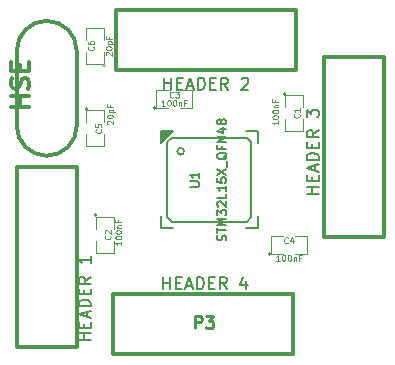
<source format=gto>
G04 (created by PCBNEW (25-Oct-2014 BZR 4029)-stable) date Tue 03 Feb 2015 19:56:06 CET*
%MOIN*%
G04 Gerber Fmt 3.4, Leading zero omitted, Abs format*
%FSLAX34Y34*%
G01*
G70*
G90*
G04 APERTURE LIST*
%ADD10C,0.006*%
%ADD11C,0.0039*%
%ADD12C,0.012*%
%ADD13C,0.0059*%
%ADD14C,0.005*%
%ADD15C,0.0125*%
%ADD16C,0.0043*%
%ADD17C,0.008*%
%ADD18C,0.01*%
%ADD19C,0.0108*%
G04 APERTURE END LIST*
G54D10*
G54D11*
X38883Y-28720D02*
G75*
G03X38883Y-28720I-50J0D01*
G74*
G01*
X38833Y-29170D02*
X38833Y-28770D01*
X38833Y-28770D02*
X39433Y-28770D01*
X39433Y-28770D02*
X39433Y-29170D01*
X39433Y-29570D02*
X39433Y-29970D01*
X39433Y-29970D02*
X38833Y-29970D01*
X38833Y-29970D02*
X38833Y-29570D01*
X32584Y-32775D02*
G75*
G03X32584Y-32775I-50J0D01*
G74*
G01*
X32534Y-33225D02*
X32534Y-32825D01*
X32534Y-32825D02*
X33134Y-32825D01*
X33134Y-32825D02*
X33134Y-33225D01*
X33134Y-33625D02*
X33134Y-34025D01*
X33134Y-34025D02*
X32534Y-34025D01*
X32534Y-34025D02*
X32534Y-33625D01*
X34557Y-29197D02*
G75*
G03X34557Y-29197I-50J0D01*
G74*
G01*
X34957Y-29197D02*
X34557Y-29197D01*
X34557Y-29197D02*
X34557Y-28597D01*
X34557Y-28597D02*
X34957Y-28597D01*
X35357Y-28597D02*
X35757Y-28597D01*
X35757Y-28597D02*
X35757Y-29197D01*
X35757Y-29197D02*
X35357Y-29197D01*
X38376Y-34059D02*
G75*
G03X38376Y-34059I-50J0D01*
G74*
G01*
X38776Y-34059D02*
X38376Y-34059D01*
X38376Y-34059D02*
X38376Y-33459D01*
X38376Y-33459D02*
X38776Y-33459D01*
X39176Y-33459D02*
X39576Y-33459D01*
X39576Y-33459D02*
X39576Y-34059D01*
X39576Y-34059D02*
X39176Y-34059D01*
X32269Y-29231D02*
G75*
G03X32269Y-29231I-50J0D01*
G74*
G01*
X32219Y-29681D02*
X32219Y-29281D01*
X32219Y-29281D02*
X32819Y-29281D01*
X32819Y-29281D02*
X32819Y-29681D01*
X32819Y-30081D02*
X32819Y-30481D01*
X32819Y-30481D02*
X32219Y-30481D01*
X32219Y-30481D02*
X32219Y-30081D01*
X32869Y-27775D02*
G75*
G03X32869Y-27775I-50J0D01*
G74*
G01*
X32819Y-27325D02*
X32819Y-27725D01*
X32819Y-27725D02*
X32219Y-27725D01*
X32219Y-27725D02*
X32219Y-27325D01*
X32219Y-26925D02*
X32219Y-26525D01*
X32219Y-26525D02*
X32819Y-26525D01*
X32819Y-26525D02*
X32819Y-26925D01*
G54D12*
X31905Y-31153D02*
X31905Y-37153D01*
X31905Y-37153D02*
X29905Y-37153D01*
X29905Y-37153D02*
X29905Y-31153D01*
X29905Y-31153D02*
X31905Y-31153D01*
X33220Y-25929D02*
X39220Y-25929D01*
X39220Y-25929D02*
X39220Y-27929D01*
X39220Y-27929D02*
X33220Y-27929D01*
X33220Y-27929D02*
X33220Y-25929D01*
X42141Y-27511D02*
X42141Y-33511D01*
X42141Y-33511D02*
X40141Y-33511D01*
X40141Y-33511D02*
X40141Y-27511D01*
X40141Y-27511D02*
X42141Y-27511D01*
X33122Y-35417D02*
X39122Y-35417D01*
X39122Y-35417D02*
X39122Y-37417D01*
X39122Y-37417D02*
X33122Y-37417D01*
X33122Y-37417D02*
X33122Y-35417D01*
G54D13*
X34783Y-29980D02*
X34704Y-30059D01*
X34704Y-30137D02*
X34861Y-29980D01*
X34940Y-29980D02*
X34704Y-30216D01*
X34704Y-30295D02*
X35019Y-29980D01*
X34704Y-30374D02*
X34704Y-29980D01*
X34704Y-29980D02*
X35098Y-29980D01*
X35098Y-29980D02*
X34704Y-30374D01*
X35098Y-33208D02*
X34704Y-33208D01*
X34704Y-33208D02*
X34704Y-32814D01*
X37932Y-32814D02*
X37932Y-33208D01*
X37932Y-33208D02*
X37538Y-33208D01*
X37538Y-29980D02*
X37932Y-29980D01*
X37932Y-29980D02*
X37932Y-30374D01*
G54D14*
X35480Y-30644D02*
G75*
G03X35480Y-30644I-111J0D01*
G74*
G01*
X35068Y-32994D02*
X34918Y-32844D01*
X34918Y-32844D02*
X34918Y-30344D01*
X34918Y-30344D02*
X35068Y-30194D01*
X35068Y-30194D02*
X37568Y-30194D01*
X37568Y-30194D02*
X37718Y-30344D01*
X37718Y-30344D02*
X37718Y-32844D01*
X37718Y-32844D02*
X37568Y-32994D01*
X37568Y-32994D02*
X35068Y-32994D01*
G54D15*
X29905Y-27293D02*
X29905Y-29793D01*
X31905Y-27293D02*
X31905Y-29793D01*
X30905Y-30793D02*
G75*
G03X31905Y-29793I0J1000D01*
G74*
G01*
X29905Y-29793D02*
G75*
G03X30905Y-30793I1000J0D01*
G74*
G01*
X31905Y-27293D02*
G75*
G03X30905Y-26293I-1000J0D01*
G74*
G01*
X30905Y-26293D02*
G75*
G03X29905Y-27293I0J-1000D01*
G74*
G01*
G54D16*
X39319Y-29402D02*
X39329Y-29412D01*
X39338Y-29440D01*
X39338Y-29459D01*
X39329Y-29487D01*
X39310Y-29506D01*
X39291Y-29515D01*
X39254Y-29524D01*
X39226Y-29524D01*
X39188Y-29515D01*
X39169Y-29506D01*
X39150Y-29487D01*
X39141Y-29459D01*
X39141Y-29440D01*
X39150Y-29412D01*
X39160Y-29402D01*
X39338Y-29215D02*
X39338Y-29327D01*
X39338Y-29271D02*
X39141Y-29271D01*
X39169Y-29290D01*
X39188Y-29309D01*
X39197Y-29327D01*
X38623Y-29635D02*
X38623Y-29748D01*
X38623Y-29691D02*
X38426Y-29691D01*
X38454Y-29710D01*
X38472Y-29729D01*
X38482Y-29748D01*
X38426Y-29513D02*
X38426Y-29494D01*
X38435Y-29476D01*
X38444Y-29466D01*
X38463Y-29457D01*
X38501Y-29447D01*
X38547Y-29447D01*
X38585Y-29457D01*
X38604Y-29466D01*
X38613Y-29476D01*
X38623Y-29494D01*
X38623Y-29513D01*
X38613Y-29532D01*
X38604Y-29541D01*
X38585Y-29551D01*
X38547Y-29560D01*
X38501Y-29560D01*
X38463Y-29551D01*
X38444Y-29541D01*
X38435Y-29532D01*
X38426Y-29513D01*
X38426Y-29326D02*
X38426Y-29307D01*
X38435Y-29288D01*
X38444Y-29279D01*
X38463Y-29269D01*
X38501Y-29260D01*
X38547Y-29260D01*
X38585Y-29269D01*
X38604Y-29279D01*
X38613Y-29288D01*
X38623Y-29307D01*
X38623Y-29326D01*
X38613Y-29344D01*
X38604Y-29354D01*
X38585Y-29363D01*
X38547Y-29372D01*
X38501Y-29372D01*
X38463Y-29363D01*
X38444Y-29354D01*
X38435Y-29344D01*
X38426Y-29326D01*
X38491Y-29175D02*
X38623Y-29175D01*
X38510Y-29175D02*
X38501Y-29166D01*
X38491Y-29147D01*
X38491Y-29119D01*
X38501Y-29100D01*
X38519Y-29091D01*
X38623Y-29091D01*
X38519Y-28932D02*
X38519Y-28997D01*
X38623Y-28997D02*
X38426Y-28997D01*
X38426Y-28903D01*
X33020Y-33458D02*
X33030Y-33467D01*
X33039Y-33495D01*
X33039Y-33514D01*
X33030Y-33542D01*
X33011Y-33561D01*
X32992Y-33570D01*
X32954Y-33579D01*
X32926Y-33579D01*
X32889Y-33570D01*
X32870Y-33561D01*
X32851Y-33542D01*
X32842Y-33514D01*
X32842Y-33495D01*
X32851Y-33467D01*
X32861Y-33458D01*
X32861Y-33382D02*
X32851Y-33373D01*
X32842Y-33354D01*
X32842Y-33307D01*
X32851Y-33289D01*
X32861Y-33279D01*
X32879Y-33270D01*
X32898Y-33270D01*
X32926Y-33279D01*
X33039Y-33392D01*
X33039Y-33270D01*
X33386Y-33651D02*
X33386Y-33763D01*
X33386Y-33707D02*
X33189Y-33707D01*
X33217Y-33726D01*
X33236Y-33745D01*
X33246Y-33763D01*
X33189Y-33529D02*
X33189Y-33510D01*
X33199Y-33491D01*
X33208Y-33482D01*
X33227Y-33473D01*
X33264Y-33463D01*
X33311Y-33463D01*
X33349Y-33473D01*
X33368Y-33482D01*
X33377Y-33491D01*
X33386Y-33510D01*
X33386Y-33529D01*
X33377Y-33548D01*
X33368Y-33557D01*
X33349Y-33566D01*
X33311Y-33576D01*
X33264Y-33576D01*
X33227Y-33566D01*
X33208Y-33557D01*
X33199Y-33548D01*
X33189Y-33529D01*
X33189Y-33341D02*
X33189Y-33323D01*
X33199Y-33304D01*
X33208Y-33294D01*
X33227Y-33285D01*
X33264Y-33276D01*
X33311Y-33276D01*
X33349Y-33285D01*
X33368Y-33294D01*
X33377Y-33304D01*
X33386Y-33323D01*
X33386Y-33341D01*
X33377Y-33360D01*
X33368Y-33369D01*
X33349Y-33379D01*
X33311Y-33388D01*
X33264Y-33388D01*
X33227Y-33379D01*
X33208Y-33369D01*
X33199Y-33360D01*
X33189Y-33341D01*
X33255Y-33191D02*
X33386Y-33191D01*
X33274Y-33191D02*
X33264Y-33182D01*
X33255Y-33163D01*
X33255Y-33135D01*
X33264Y-33116D01*
X33283Y-33107D01*
X33386Y-33107D01*
X33283Y-32947D02*
X33283Y-33013D01*
X33386Y-33013D02*
X33189Y-33013D01*
X33189Y-32919D01*
X35124Y-28833D02*
X35115Y-28842D01*
X35087Y-28852D01*
X35068Y-28852D01*
X35040Y-28842D01*
X35021Y-28824D01*
X35012Y-28805D01*
X35002Y-28767D01*
X35002Y-28739D01*
X35012Y-28702D01*
X35021Y-28683D01*
X35040Y-28664D01*
X35068Y-28655D01*
X35087Y-28655D01*
X35115Y-28664D01*
X35124Y-28674D01*
X35190Y-28655D02*
X35312Y-28655D01*
X35246Y-28730D01*
X35274Y-28730D01*
X35293Y-28739D01*
X35302Y-28749D01*
X35312Y-28767D01*
X35312Y-28814D01*
X35302Y-28833D01*
X35293Y-28842D01*
X35274Y-28852D01*
X35218Y-28852D01*
X35199Y-28842D01*
X35190Y-28833D01*
X34852Y-29127D02*
X34740Y-29127D01*
X34796Y-29127D02*
X34796Y-28930D01*
X34777Y-28958D01*
X34758Y-28977D01*
X34740Y-28986D01*
X34974Y-28930D02*
X34993Y-28930D01*
X35012Y-28939D01*
X35021Y-28949D01*
X35030Y-28967D01*
X35040Y-29005D01*
X35040Y-29052D01*
X35030Y-29089D01*
X35021Y-29108D01*
X35012Y-29117D01*
X34993Y-29127D01*
X34974Y-29127D01*
X34955Y-29117D01*
X34946Y-29108D01*
X34937Y-29089D01*
X34927Y-29052D01*
X34927Y-29005D01*
X34937Y-28967D01*
X34946Y-28949D01*
X34955Y-28939D01*
X34974Y-28930D01*
X35162Y-28930D02*
X35180Y-28930D01*
X35199Y-28939D01*
X35209Y-28949D01*
X35218Y-28967D01*
X35227Y-29005D01*
X35227Y-29052D01*
X35218Y-29089D01*
X35209Y-29108D01*
X35199Y-29117D01*
X35180Y-29127D01*
X35162Y-29127D01*
X35143Y-29117D01*
X35134Y-29108D01*
X35124Y-29089D01*
X35115Y-29052D01*
X35115Y-29005D01*
X35124Y-28967D01*
X35134Y-28949D01*
X35143Y-28939D01*
X35162Y-28930D01*
X35312Y-28996D02*
X35312Y-29127D01*
X35312Y-29014D02*
X35321Y-29005D01*
X35340Y-28996D01*
X35368Y-28996D01*
X35387Y-29005D01*
X35396Y-29024D01*
X35396Y-29127D01*
X35556Y-29024D02*
X35490Y-29024D01*
X35490Y-29127D02*
X35490Y-28930D01*
X35584Y-28930D01*
X38943Y-33695D02*
X38934Y-33705D01*
X38906Y-33714D01*
X38887Y-33714D01*
X38859Y-33705D01*
X38840Y-33686D01*
X38830Y-33667D01*
X38821Y-33630D01*
X38821Y-33602D01*
X38830Y-33564D01*
X38840Y-33545D01*
X38859Y-33526D01*
X38887Y-33517D01*
X38906Y-33517D01*
X38934Y-33526D01*
X38943Y-33536D01*
X39112Y-33583D02*
X39112Y-33714D01*
X39065Y-33508D02*
X39018Y-33648D01*
X39140Y-33648D01*
X38671Y-34292D02*
X38558Y-34292D01*
X38615Y-34292D02*
X38615Y-34095D01*
X38596Y-34123D01*
X38577Y-34142D01*
X38558Y-34151D01*
X38793Y-34095D02*
X38812Y-34095D01*
X38830Y-34104D01*
X38840Y-34114D01*
X38849Y-34132D01*
X38859Y-34170D01*
X38859Y-34217D01*
X38849Y-34254D01*
X38840Y-34273D01*
X38830Y-34282D01*
X38812Y-34292D01*
X38793Y-34292D01*
X38774Y-34282D01*
X38765Y-34273D01*
X38755Y-34254D01*
X38746Y-34217D01*
X38746Y-34170D01*
X38755Y-34132D01*
X38765Y-34114D01*
X38774Y-34104D01*
X38793Y-34095D01*
X38981Y-34095D02*
X38999Y-34095D01*
X39018Y-34104D01*
X39027Y-34114D01*
X39037Y-34132D01*
X39046Y-34170D01*
X39046Y-34217D01*
X39037Y-34254D01*
X39027Y-34273D01*
X39018Y-34282D01*
X38999Y-34292D01*
X38981Y-34292D01*
X38962Y-34282D01*
X38952Y-34273D01*
X38943Y-34254D01*
X38934Y-34217D01*
X38934Y-34170D01*
X38943Y-34132D01*
X38952Y-34114D01*
X38962Y-34104D01*
X38981Y-34095D01*
X39131Y-34161D02*
X39131Y-34292D01*
X39131Y-34179D02*
X39140Y-34170D01*
X39159Y-34161D01*
X39187Y-34161D01*
X39206Y-34170D01*
X39215Y-34189D01*
X39215Y-34292D01*
X39375Y-34189D02*
X39309Y-34189D01*
X39309Y-34292D02*
X39309Y-34095D01*
X39403Y-34095D01*
X32705Y-29914D02*
X32715Y-29924D01*
X32724Y-29952D01*
X32724Y-29971D01*
X32715Y-29999D01*
X32696Y-30017D01*
X32677Y-30027D01*
X32639Y-30036D01*
X32611Y-30036D01*
X32574Y-30027D01*
X32555Y-30017D01*
X32536Y-29999D01*
X32527Y-29971D01*
X32527Y-29952D01*
X32536Y-29924D01*
X32546Y-29914D01*
X32527Y-29736D02*
X32527Y-29830D01*
X32621Y-29839D01*
X32611Y-29830D01*
X32602Y-29811D01*
X32602Y-29764D01*
X32611Y-29745D01*
X32621Y-29736D01*
X32639Y-29727D01*
X32686Y-29727D01*
X32705Y-29736D01*
X32715Y-29745D01*
X32724Y-29764D01*
X32724Y-29811D01*
X32715Y-29830D01*
X32705Y-29839D01*
X32932Y-29733D02*
X32923Y-29723D01*
X32914Y-29704D01*
X32914Y-29658D01*
X32923Y-29639D01*
X32932Y-29629D01*
X32951Y-29620D01*
X32970Y-29620D01*
X32998Y-29629D01*
X33111Y-29742D01*
X33111Y-29620D01*
X32914Y-29498D02*
X32914Y-29479D01*
X32923Y-29461D01*
X32932Y-29451D01*
X32951Y-29442D01*
X32989Y-29432D01*
X33036Y-29432D01*
X33073Y-29442D01*
X33092Y-29451D01*
X33101Y-29461D01*
X33111Y-29479D01*
X33111Y-29498D01*
X33101Y-29517D01*
X33092Y-29526D01*
X33073Y-29536D01*
X33036Y-29545D01*
X32989Y-29545D01*
X32951Y-29536D01*
X32932Y-29526D01*
X32923Y-29517D01*
X32914Y-29498D01*
X32979Y-29348D02*
X33176Y-29348D01*
X32989Y-29348D02*
X32979Y-29329D01*
X32979Y-29292D01*
X32989Y-29273D01*
X32998Y-29264D01*
X33017Y-29254D01*
X33073Y-29254D01*
X33092Y-29264D01*
X33101Y-29273D01*
X33111Y-29292D01*
X33111Y-29329D01*
X33101Y-29348D01*
X33008Y-29104D02*
X33008Y-29170D01*
X33111Y-29170D02*
X32914Y-29170D01*
X32914Y-29076D01*
X32455Y-27158D02*
X32465Y-27168D01*
X32474Y-27196D01*
X32474Y-27215D01*
X32465Y-27243D01*
X32446Y-27262D01*
X32427Y-27271D01*
X32389Y-27280D01*
X32361Y-27280D01*
X32324Y-27271D01*
X32305Y-27262D01*
X32286Y-27243D01*
X32277Y-27215D01*
X32277Y-27196D01*
X32286Y-27168D01*
X32296Y-27158D01*
X32277Y-26989D02*
X32277Y-27027D01*
X32286Y-27046D01*
X32296Y-27055D01*
X32324Y-27074D01*
X32361Y-27083D01*
X32436Y-27083D01*
X32455Y-27074D01*
X32465Y-27065D01*
X32474Y-27046D01*
X32474Y-27008D01*
X32465Y-26989D01*
X32455Y-26980D01*
X32436Y-26971D01*
X32389Y-26971D01*
X32371Y-26980D01*
X32361Y-26989D01*
X32352Y-27008D01*
X32352Y-27046D01*
X32361Y-27065D01*
X32371Y-27074D01*
X32389Y-27083D01*
X32893Y-27449D02*
X32884Y-27440D01*
X32874Y-27421D01*
X32874Y-27374D01*
X32884Y-27355D01*
X32893Y-27346D01*
X32912Y-27337D01*
X32931Y-27337D01*
X32959Y-27346D01*
X33071Y-27459D01*
X33071Y-27337D01*
X32874Y-27215D02*
X32874Y-27196D01*
X32884Y-27177D01*
X32893Y-27168D01*
X32912Y-27158D01*
X32949Y-27149D01*
X32996Y-27149D01*
X33034Y-27158D01*
X33053Y-27168D01*
X33062Y-27177D01*
X33071Y-27196D01*
X33071Y-27215D01*
X33062Y-27233D01*
X33053Y-27243D01*
X33034Y-27252D01*
X32996Y-27262D01*
X32949Y-27262D01*
X32912Y-27252D01*
X32893Y-27243D01*
X32884Y-27233D01*
X32874Y-27215D01*
X32940Y-27065D02*
X33137Y-27065D01*
X32949Y-27065D02*
X32940Y-27046D01*
X32940Y-27008D01*
X32949Y-26989D01*
X32959Y-26980D01*
X32978Y-26971D01*
X33034Y-26971D01*
X33053Y-26980D01*
X33062Y-26989D01*
X33071Y-27008D01*
X33071Y-27046D01*
X33062Y-27065D01*
X32968Y-26821D02*
X32968Y-26886D01*
X33071Y-26886D02*
X32874Y-26886D01*
X32874Y-26792D01*
G54D17*
X32366Y-36941D02*
X31966Y-36941D01*
X32157Y-36941D02*
X32157Y-36713D01*
X32366Y-36713D02*
X31966Y-36713D01*
X32157Y-36522D02*
X32157Y-36389D01*
X32366Y-36332D02*
X32366Y-36522D01*
X31966Y-36522D01*
X31966Y-36332D01*
X32252Y-36179D02*
X32252Y-35989D01*
X32366Y-36217D02*
X31966Y-36084D01*
X32366Y-35951D01*
X32366Y-35817D02*
X31966Y-35817D01*
X31966Y-35722D01*
X31985Y-35665D01*
X32023Y-35627D01*
X32061Y-35608D01*
X32138Y-35589D01*
X32195Y-35589D01*
X32271Y-35608D01*
X32309Y-35627D01*
X32347Y-35665D01*
X32366Y-35722D01*
X32366Y-35817D01*
X32157Y-35417D02*
X32157Y-35284D01*
X32366Y-35227D02*
X32366Y-35417D01*
X31966Y-35417D01*
X31966Y-35227D01*
X32366Y-34827D02*
X32176Y-34960D01*
X32366Y-35055D02*
X31966Y-35055D01*
X31966Y-34903D01*
X31985Y-34865D01*
X32004Y-34846D01*
X32042Y-34827D01*
X32099Y-34827D01*
X32138Y-34846D01*
X32157Y-34865D01*
X32176Y-34903D01*
X32176Y-35055D01*
X32366Y-34141D02*
X32366Y-34370D01*
X32366Y-34255D02*
X31966Y-34255D01*
X32023Y-34294D01*
X32061Y-34332D01*
X32080Y-34370D01*
X34829Y-28591D02*
X34829Y-28191D01*
X34829Y-28381D02*
X35058Y-28381D01*
X35058Y-28591D02*
X35058Y-28191D01*
X35249Y-28381D02*
X35382Y-28381D01*
X35439Y-28591D02*
X35249Y-28591D01*
X35249Y-28191D01*
X35439Y-28191D01*
X35591Y-28476D02*
X35782Y-28476D01*
X35553Y-28591D02*
X35687Y-28191D01*
X35820Y-28591D01*
X35953Y-28591D02*
X35953Y-28191D01*
X36049Y-28191D01*
X36106Y-28210D01*
X36144Y-28248D01*
X36163Y-28286D01*
X36182Y-28362D01*
X36182Y-28419D01*
X36163Y-28495D01*
X36144Y-28533D01*
X36106Y-28571D01*
X36049Y-28591D01*
X35953Y-28591D01*
X36353Y-28381D02*
X36487Y-28381D01*
X36544Y-28591D02*
X36353Y-28591D01*
X36353Y-28191D01*
X36544Y-28191D01*
X36944Y-28591D02*
X36810Y-28400D01*
X36715Y-28591D02*
X36715Y-28191D01*
X36868Y-28191D01*
X36906Y-28210D01*
X36925Y-28229D01*
X36944Y-28267D01*
X36944Y-28324D01*
X36925Y-28362D01*
X36906Y-28381D01*
X36868Y-28400D01*
X36715Y-28400D01*
X37401Y-28229D02*
X37420Y-28210D01*
X37458Y-28191D01*
X37553Y-28191D01*
X37591Y-28210D01*
X37610Y-28229D01*
X37629Y-28267D01*
X37629Y-28305D01*
X37610Y-28362D01*
X37382Y-28591D01*
X37629Y-28591D01*
X39965Y-32059D02*
X39565Y-32059D01*
X39755Y-32059D02*
X39755Y-31831D01*
X39965Y-31831D02*
X39565Y-31831D01*
X39755Y-31640D02*
X39755Y-31507D01*
X39965Y-31450D02*
X39965Y-31640D01*
X39565Y-31640D01*
X39565Y-31450D01*
X39850Y-31297D02*
X39850Y-31107D01*
X39965Y-31335D02*
X39565Y-31202D01*
X39965Y-31069D01*
X39965Y-30935D02*
X39565Y-30935D01*
X39565Y-30840D01*
X39584Y-30783D01*
X39622Y-30745D01*
X39660Y-30726D01*
X39736Y-30707D01*
X39793Y-30707D01*
X39869Y-30726D01*
X39907Y-30745D01*
X39946Y-30783D01*
X39965Y-30840D01*
X39965Y-30935D01*
X39755Y-30535D02*
X39755Y-30402D01*
X39965Y-30345D02*
X39965Y-30535D01*
X39565Y-30535D01*
X39565Y-30345D01*
X39965Y-29945D02*
X39774Y-30078D01*
X39965Y-30174D02*
X39565Y-30174D01*
X39565Y-30021D01*
X39584Y-29983D01*
X39603Y-29964D01*
X39641Y-29945D01*
X39698Y-29945D01*
X39736Y-29964D01*
X39755Y-29983D01*
X39774Y-30021D01*
X39774Y-30174D01*
X39565Y-29507D02*
X39565Y-29259D01*
X39717Y-29393D01*
X39717Y-29335D01*
X39736Y-29297D01*
X39755Y-29278D01*
X39793Y-29259D01*
X39888Y-29259D01*
X39926Y-29278D01*
X39946Y-29297D01*
X39965Y-29335D01*
X39965Y-29450D01*
X39946Y-29488D01*
X39926Y-29507D01*
G54D18*
X35846Y-36539D02*
X35846Y-36139D01*
X35998Y-36139D01*
X36036Y-36158D01*
X36056Y-36177D01*
X36075Y-36216D01*
X36075Y-36273D01*
X36056Y-36311D01*
X36036Y-36330D01*
X35998Y-36349D01*
X35846Y-36349D01*
X36208Y-36139D02*
X36456Y-36139D01*
X36322Y-36292D01*
X36379Y-36292D01*
X36417Y-36311D01*
X36436Y-36330D01*
X36456Y-36368D01*
X36456Y-36463D01*
X36436Y-36501D01*
X36417Y-36520D01*
X36379Y-36539D01*
X36265Y-36539D01*
X36227Y-36520D01*
X36208Y-36501D01*
G54D19*
G54D17*
X34790Y-35240D02*
X34790Y-34840D01*
X34790Y-35031D02*
X35019Y-35031D01*
X35019Y-35240D02*
X35019Y-34840D01*
X35209Y-35031D02*
X35343Y-35031D01*
X35400Y-35240D02*
X35209Y-35240D01*
X35209Y-34840D01*
X35400Y-34840D01*
X35552Y-35126D02*
X35743Y-35126D01*
X35514Y-35240D02*
X35647Y-34840D01*
X35781Y-35240D01*
X35914Y-35240D02*
X35914Y-34840D01*
X36009Y-34840D01*
X36066Y-34859D01*
X36104Y-34897D01*
X36123Y-34935D01*
X36143Y-35012D01*
X36143Y-35069D01*
X36123Y-35145D01*
X36104Y-35183D01*
X36066Y-35221D01*
X36009Y-35240D01*
X35914Y-35240D01*
X36314Y-35031D02*
X36447Y-35031D01*
X36504Y-35240D02*
X36314Y-35240D01*
X36314Y-34840D01*
X36504Y-34840D01*
X36904Y-35240D02*
X36771Y-35050D01*
X36676Y-35240D02*
X36676Y-34840D01*
X36828Y-34840D01*
X36866Y-34859D01*
X36885Y-34878D01*
X36904Y-34916D01*
X36904Y-34973D01*
X36885Y-35012D01*
X36866Y-35031D01*
X36828Y-35050D01*
X36676Y-35050D01*
X37552Y-34973D02*
X37552Y-35240D01*
X37457Y-34821D02*
X37362Y-35107D01*
X37609Y-35107D01*
G54D13*
X35693Y-31819D02*
X35932Y-31819D01*
X35960Y-31805D01*
X35974Y-31791D01*
X35988Y-31763D01*
X35988Y-31706D01*
X35974Y-31678D01*
X35960Y-31664D01*
X35932Y-31650D01*
X35693Y-31650D01*
X35988Y-31355D02*
X35988Y-31524D01*
X35988Y-31439D02*
X35693Y-31439D01*
X35735Y-31468D01*
X35763Y-31496D01*
X35777Y-31524D01*
X36874Y-33610D02*
X36888Y-33568D01*
X36888Y-33497D01*
X36874Y-33469D01*
X36860Y-33455D01*
X36832Y-33441D01*
X36804Y-33441D01*
X36775Y-33455D01*
X36761Y-33469D01*
X36747Y-33497D01*
X36733Y-33554D01*
X36719Y-33582D01*
X36705Y-33596D01*
X36677Y-33610D01*
X36649Y-33610D01*
X36621Y-33596D01*
X36607Y-33582D01*
X36593Y-33554D01*
X36593Y-33483D01*
X36607Y-33441D01*
X36593Y-33357D02*
X36593Y-33188D01*
X36888Y-33273D02*
X36593Y-33273D01*
X36888Y-33090D02*
X36593Y-33090D01*
X36804Y-32992D01*
X36593Y-32893D01*
X36888Y-32893D01*
X36593Y-32781D02*
X36593Y-32598D01*
X36705Y-32697D01*
X36705Y-32655D01*
X36719Y-32626D01*
X36733Y-32612D01*
X36761Y-32598D01*
X36832Y-32598D01*
X36860Y-32612D01*
X36874Y-32626D01*
X36888Y-32655D01*
X36888Y-32739D01*
X36874Y-32767D01*
X36860Y-32781D01*
X36621Y-32486D02*
X36607Y-32472D01*
X36593Y-32444D01*
X36593Y-32374D01*
X36607Y-32346D01*
X36621Y-32331D01*
X36649Y-32317D01*
X36677Y-32317D01*
X36719Y-32331D01*
X36888Y-32500D01*
X36888Y-32317D01*
X36888Y-32051D02*
X36888Y-32191D01*
X36593Y-32191D01*
X36888Y-31798D02*
X36888Y-31966D01*
X36888Y-31882D02*
X36593Y-31882D01*
X36635Y-31910D01*
X36663Y-31938D01*
X36677Y-31966D01*
X36593Y-31531D02*
X36593Y-31671D01*
X36733Y-31685D01*
X36719Y-31671D01*
X36705Y-31643D01*
X36705Y-31573D01*
X36719Y-31545D01*
X36733Y-31531D01*
X36761Y-31517D01*
X36832Y-31517D01*
X36860Y-31531D01*
X36874Y-31545D01*
X36888Y-31573D01*
X36888Y-31643D01*
X36874Y-31671D01*
X36860Y-31685D01*
X36593Y-31418D02*
X36888Y-31222D01*
X36593Y-31222D02*
X36888Y-31418D01*
X36916Y-31180D02*
X36916Y-30955D01*
X36916Y-30688D02*
X36902Y-30716D01*
X36874Y-30744D01*
X36832Y-30786D01*
X36818Y-30814D01*
X36818Y-30842D01*
X36888Y-30828D02*
X36874Y-30856D01*
X36846Y-30885D01*
X36789Y-30899D01*
X36691Y-30899D01*
X36635Y-30885D01*
X36607Y-30856D01*
X36593Y-30828D01*
X36593Y-30772D01*
X36607Y-30744D01*
X36635Y-30716D01*
X36691Y-30702D01*
X36789Y-30702D01*
X36846Y-30716D01*
X36874Y-30744D01*
X36888Y-30772D01*
X36888Y-30828D01*
X36733Y-30477D02*
X36733Y-30576D01*
X36888Y-30576D02*
X36593Y-30576D01*
X36593Y-30435D01*
X36888Y-30323D02*
X36593Y-30323D01*
X36888Y-30154D01*
X36593Y-30154D01*
X36691Y-29887D02*
X36888Y-29887D01*
X36579Y-29957D02*
X36789Y-30028D01*
X36789Y-29845D01*
X36719Y-29691D02*
X36705Y-29719D01*
X36691Y-29733D01*
X36663Y-29747D01*
X36649Y-29747D01*
X36621Y-29733D01*
X36607Y-29719D01*
X36593Y-29691D01*
X36593Y-29634D01*
X36607Y-29606D01*
X36621Y-29592D01*
X36649Y-29578D01*
X36663Y-29578D01*
X36691Y-29592D01*
X36705Y-29606D01*
X36719Y-29634D01*
X36719Y-29691D01*
X36733Y-29719D01*
X36747Y-29733D01*
X36775Y-29747D01*
X36832Y-29747D01*
X36860Y-29733D01*
X36874Y-29719D01*
X36888Y-29691D01*
X36888Y-29634D01*
X36874Y-29606D01*
X36860Y-29592D01*
X36832Y-29578D01*
X36775Y-29578D01*
X36747Y-29592D01*
X36733Y-29606D01*
X36719Y-29634D01*
G54D12*
X30321Y-29153D02*
X29721Y-29153D01*
X30007Y-29153D02*
X30007Y-28810D01*
X30321Y-28810D02*
X29721Y-28810D01*
X30293Y-28553D02*
X30321Y-28468D01*
X30321Y-28325D01*
X30293Y-28268D01*
X30264Y-28239D01*
X30207Y-28210D01*
X30150Y-28210D01*
X30093Y-28239D01*
X30064Y-28268D01*
X30035Y-28325D01*
X30007Y-28439D01*
X29978Y-28496D01*
X29950Y-28525D01*
X29893Y-28553D01*
X29835Y-28553D01*
X29778Y-28525D01*
X29750Y-28496D01*
X29721Y-28439D01*
X29721Y-28296D01*
X29750Y-28210D01*
X30007Y-27953D02*
X30007Y-27753D01*
X30321Y-27668D02*
X30321Y-27953D01*
X29721Y-27953D01*
X29721Y-27668D01*
M02*

</source>
